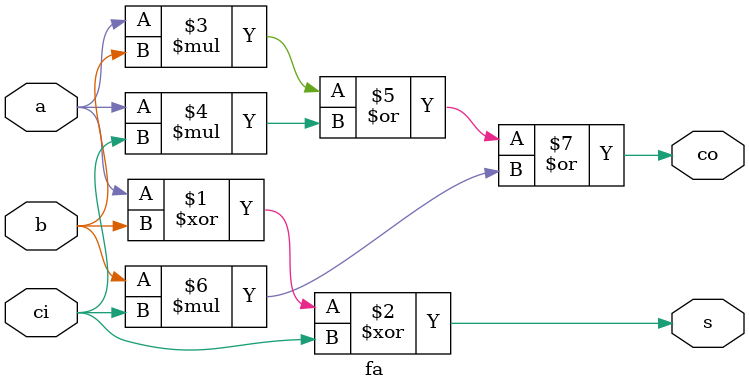
<source format=v>


module fa(

input a,
input b,
input ci,

output wire s,
output wire co
);

//=======================================================
//  Structural coding
//=======================================================


assign s = a ^ b ^ ci;
	
assign co = a*b | a*ci | b*ci;

endmodule

</source>
